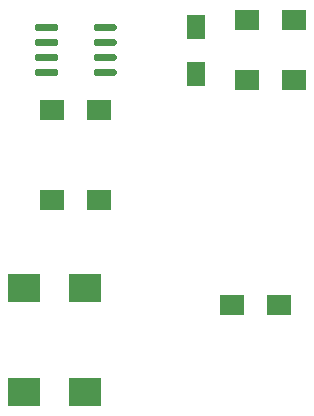
<source format=gbr>
%TF.GenerationSoftware,KiCad,Pcbnew,5.1.10*%
%TF.CreationDate,2021-10-26T18:06:13-04:00*%
%TF.ProjectId,BREAD_Slice,42524541-445f-4536-9c69-63652e6b6963,rev?*%
%TF.SameCoordinates,Original*%
%TF.FileFunction,Paste,Bot*%
%TF.FilePolarity,Positive*%
%FSLAX46Y46*%
G04 Gerber Fmt 4.6, Leading zero omitted, Abs format (unit mm)*
G04 Created by KiCad (PCBNEW 5.1.10) date 2021-10-26 18:06:13*
%MOMM*%
%LPD*%
G01*
G04 APERTURE LIST*
%ADD10R,2.000000X1.700000*%
%ADD11R,1.600000X2.000000*%
%ADD12R,2.770000X2.350000*%
G04 APERTURE END LIST*
%TO.C,U1*%
G36*
G01*
X157930000Y-76785000D02*
X157930000Y-77085000D01*
G75*
G02*
X157780000Y-77235000I-150000J0D01*
G01*
X156130000Y-77235000D01*
G75*
G02*
X155980000Y-77085000I0J150000D01*
G01*
X155980000Y-76785000D01*
G75*
G02*
X156130000Y-76635000I150000J0D01*
G01*
X157780000Y-76635000D01*
G75*
G02*
X157930000Y-76785000I0J-150000D01*
G01*
G37*
G36*
G01*
X157930000Y-78055000D02*
X157930000Y-78355000D01*
G75*
G02*
X157780000Y-78505000I-150000J0D01*
G01*
X156130000Y-78505000D01*
G75*
G02*
X155980000Y-78355000I0J150000D01*
G01*
X155980000Y-78055000D01*
G75*
G02*
X156130000Y-77905000I150000J0D01*
G01*
X157780000Y-77905000D01*
G75*
G02*
X157930000Y-78055000I0J-150000D01*
G01*
G37*
G36*
G01*
X157930000Y-79325000D02*
X157930000Y-79625000D01*
G75*
G02*
X157780000Y-79775000I-150000J0D01*
G01*
X156130000Y-79775000D01*
G75*
G02*
X155980000Y-79625000I0J150000D01*
G01*
X155980000Y-79325000D01*
G75*
G02*
X156130000Y-79175000I150000J0D01*
G01*
X157780000Y-79175000D01*
G75*
G02*
X157930000Y-79325000I0J-150000D01*
G01*
G37*
G36*
G01*
X157930000Y-80595000D02*
X157930000Y-80895000D01*
G75*
G02*
X157780000Y-81045000I-150000J0D01*
G01*
X156130000Y-81045000D01*
G75*
G02*
X155980000Y-80895000I0J150000D01*
G01*
X155980000Y-80595000D01*
G75*
G02*
X156130000Y-80445000I150000J0D01*
G01*
X157780000Y-80445000D01*
G75*
G02*
X157930000Y-80595000I0J-150000D01*
G01*
G37*
G36*
G01*
X162880000Y-80595000D02*
X162880000Y-80895000D01*
G75*
G02*
X162730000Y-81045000I-150000J0D01*
G01*
X161080000Y-81045000D01*
G75*
G02*
X160930000Y-80895000I0J150000D01*
G01*
X160930000Y-80595000D01*
G75*
G02*
X161080000Y-80445000I150000J0D01*
G01*
X162730000Y-80445000D01*
G75*
G02*
X162880000Y-80595000I0J-150000D01*
G01*
G37*
G36*
G01*
X162880000Y-79325000D02*
X162880000Y-79625000D01*
G75*
G02*
X162730000Y-79775000I-150000J0D01*
G01*
X161080000Y-79775000D01*
G75*
G02*
X160930000Y-79625000I0J150000D01*
G01*
X160930000Y-79325000D01*
G75*
G02*
X161080000Y-79175000I150000J0D01*
G01*
X162730000Y-79175000D01*
G75*
G02*
X162880000Y-79325000I0J-150000D01*
G01*
G37*
G36*
G01*
X162880000Y-78055000D02*
X162880000Y-78355000D01*
G75*
G02*
X162730000Y-78505000I-150000J0D01*
G01*
X161080000Y-78505000D01*
G75*
G02*
X160930000Y-78355000I0J150000D01*
G01*
X160930000Y-78055000D01*
G75*
G02*
X161080000Y-77905000I150000J0D01*
G01*
X162730000Y-77905000D01*
G75*
G02*
X162880000Y-78055000I0J-150000D01*
G01*
G37*
G36*
G01*
X162880000Y-76785000D02*
X162880000Y-77085000D01*
G75*
G02*
X162730000Y-77235000I-150000J0D01*
G01*
X161080000Y-77235000D01*
G75*
G02*
X160930000Y-77085000I0J150000D01*
G01*
X160930000Y-76785000D01*
G75*
G02*
X161080000Y-76635000I150000J0D01*
G01*
X162730000Y-76635000D01*
G75*
G02*
X162880000Y-76785000I0J-150000D01*
G01*
G37*
%TD*%
D10*
%TO.C,R3*%
X157430000Y-83920000D03*
X161430000Y-83920000D03*
%TD*%
%TO.C,R2*%
X161430000Y-91540000D03*
X157430000Y-91540000D03*
%TD*%
%TO.C,R1*%
X176670000Y-100430000D03*
X172670000Y-100430000D03*
%TD*%
%TO.C,FB2*%
X177940000Y-76300000D03*
X173940000Y-76300000D03*
%TD*%
%TO.C,FB1*%
X177940000Y-81380000D03*
X173940000Y-81380000D03*
%TD*%
D11*
%TO.C,C3*%
X169590000Y-76840000D03*
X169590000Y-80840000D03*
%TD*%
D12*
%TO.C,C1*%
X160170000Y-99000000D03*
X155030000Y-99000000D03*
%TD*%
%TO.C,C2*%
X155030000Y-107800000D03*
X160170000Y-107800000D03*
%TD*%
M02*

</source>
